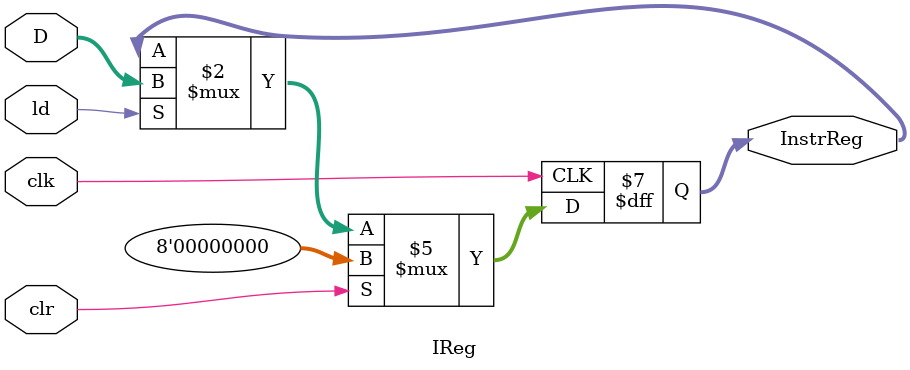
<source format=v>
module IReg (clk, ld, clr, D, InstrReg);
		input clk, ld, clr;
		input [7:0] D;
		output reg [7:0] InstrReg;
		
		always @ (posedge clk) begin
			if (clr) InstrReg <= 0;
			else if (ld) InstrReg <= D;
		end
		
endmodule

</source>
